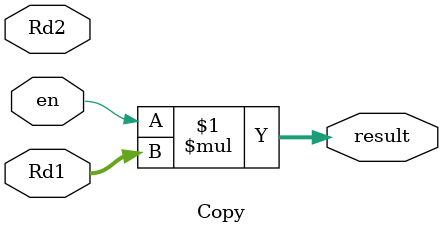
<source format=v>
`timescale 1ns / 1ps


module Copy(
    input en,
    input [3:0]Rd1,
    input [3:0]Rd2,
    output [3:0]result
    );
    
    assign result = en * Rd1;           // enable ½ÅÈ£ ÀÎ°¡½Ã, Reg[Rd1] Copy
    
endmodule

</source>
